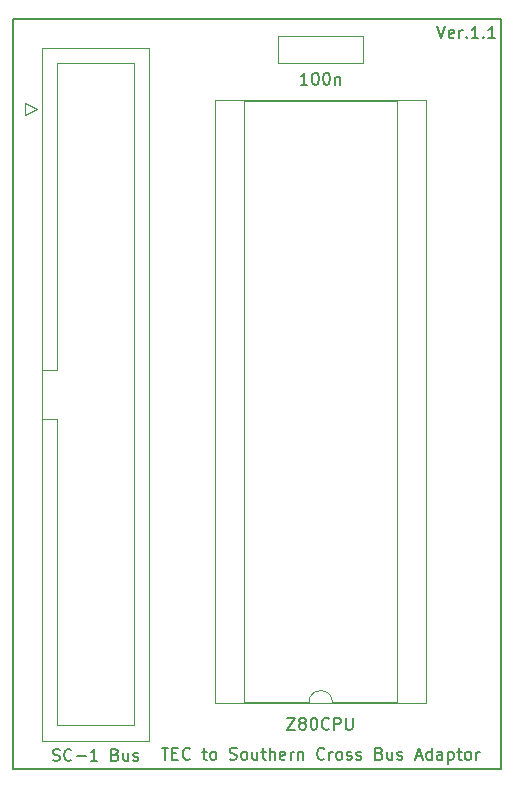
<source format=gbr>
%TF.GenerationSoftware,KiCad,Pcbnew,(6.0.9)*%
%TF.CreationDate,2022-11-13T11:09:17+10:30*%
%TF.ProjectId,TEC-SC IO Port,5445432d-5343-4204-994f-20506f72742e,rev?*%
%TF.SameCoordinates,Original*%
%TF.FileFunction,Legend,Top*%
%TF.FilePolarity,Positive*%
%FSLAX46Y46*%
G04 Gerber Fmt 4.6, Leading zero omitted, Abs format (unit mm)*
G04 Created by KiCad (PCBNEW (6.0.9)) date 2022-11-13 11:09:17*
%MOMM*%
%LPD*%
G01*
G04 APERTURE LIST*
%ADD10C,0.150000*%
%ADD11C,0.120000*%
G04 APERTURE END LIST*
D10*
X137160000Y-92075000D02*
X95885000Y-92075000D01*
X95885000Y-92075000D02*
X95885000Y-28575000D01*
X95885000Y-28575000D02*
X137160000Y-28575000D01*
X137160000Y-28575000D02*
X137160000Y-92075000D01*
X108467619Y-90257380D02*
X109039047Y-90257380D01*
X108753333Y-91257380D02*
X108753333Y-90257380D01*
X109372380Y-90733571D02*
X109705714Y-90733571D01*
X109848571Y-91257380D02*
X109372380Y-91257380D01*
X109372380Y-90257380D01*
X109848571Y-90257380D01*
X110848571Y-91162142D02*
X110800952Y-91209761D01*
X110658095Y-91257380D01*
X110562857Y-91257380D01*
X110420000Y-91209761D01*
X110324761Y-91114523D01*
X110277142Y-91019285D01*
X110229523Y-90828809D01*
X110229523Y-90685952D01*
X110277142Y-90495476D01*
X110324761Y-90400238D01*
X110420000Y-90305000D01*
X110562857Y-90257380D01*
X110658095Y-90257380D01*
X110800952Y-90305000D01*
X110848571Y-90352619D01*
X111896190Y-90590714D02*
X112277142Y-90590714D01*
X112039047Y-90257380D02*
X112039047Y-91114523D01*
X112086666Y-91209761D01*
X112181904Y-91257380D01*
X112277142Y-91257380D01*
X112753333Y-91257380D02*
X112658095Y-91209761D01*
X112610476Y-91162142D01*
X112562857Y-91066904D01*
X112562857Y-90781190D01*
X112610476Y-90685952D01*
X112658095Y-90638333D01*
X112753333Y-90590714D01*
X112896190Y-90590714D01*
X112991428Y-90638333D01*
X113039047Y-90685952D01*
X113086666Y-90781190D01*
X113086666Y-91066904D01*
X113039047Y-91162142D01*
X112991428Y-91209761D01*
X112896190Y-91257380D01*
X112753333Y-91257380D01*
X114229523Y-91209761D02*
X114372380Y-91257380D01*
X114610476Y-91257380D01*
X114705714Y-91209761D01*
X114753333Y-91162142D01*
X114800952Y-91066904D01*
X114800952Y-90971666D01*
X114753333Y-90876428D01*
X114705714Y-90828809D01*
X114610476Y-90781190D01*
X114420000Y-90733571D01*
X114324761Y-90685952D01*
X114277142Y-90638333D01*
X114229523Y-90543095D01*
X114229523Y-90447857D01*
X114277142Y-90352619D01*
X114324761Y-90305000D01*
X114420000Y-90257380D01*
X114658095Y-90257380D01*
X114800952Y-90305000D01*
X115372380Y-91257380D02*
X115277142Y-91209761D01*
X115229523Y-91162142D01*
X115181904Y-91066904D01*
X115181904Y-90781190D01*
X115229523Y-90685952D01*
X115277142Y-90638333D01*
X115372380Y-90590714D01*
X115515238Y-90590714D01*
X115610476Y-90638333D01*
X115658095Y-90685952D01*
X115705714Y-90781190D01*
X115705714Y-91066904D01*
X115658095Y-91162142D01*
X115610476Y-91209761D01*
X115515238Y-91257380D01*
X115372380Y-91257380D01*
X116562857Y-90590714D02*
X116562857Y-91257380D01*
X116134285Y-90590714D02*
X116134285Y-91114523D01*
X116181904Y-91209761D01*
X116277142Y-91257380D01*
X116420000Y-91257380D01*
X116515238Y-91209761D01*
X116562857Y-91162142D01*
X116896190Y-90590714D02*
X117277142Y-90590714D01*
X117039047Y-90257380D02*
X117039047Y-91114523D01*
X117086666Y-91209761D01*
X117181904Y-91257380D01*
X117277142Y-91257380D01*
X117610476Y-91257380D02*
X117610476Y-90257380D01*
X118039047Y-91257380D02*
X118039047Y-90733571D01*
X117991428Y-90638333D01*
X117896190Y-90590714D01*
X117753333Y-90590714D01*
X117658095Y-90638333D01*
X117610476Y-90685952D01*
X118896190Y-91209761D02*
X118800952Y-91257380D01*
X118610476Y-91257380D01*
X118515238Y-91209761D01*
X118467619Y-91114523D01*
X118467619Y-90733571D01*
X118515238Y-90638333D01*
X118610476Y-90590714D01*
X118800952Y-90590714D01*
X118896190Y-90638333D01*
X118943809Y-90733571D01*
X118943809Y-90828809D01*
X118467619Y-90924047D01*
X119372380Y-91257380D02*
X119372380Y-90590714D01*
X119372380Y-90781190D02*
X119420000Y-90685952D01*
X119467619Y-90638333D01*
X119562857Y-90590714D01*
X119658095Y-90590714D01*
X119991428Y-90590714D02*
X119991428Y-91257380D01*
X119991428Y-90685952D02*
X120039047Y-90638333D01*
X120134285Y-90590714D01*
X120277142Y-90590714D01*
X120372380Y-90638333D01*
X120420000Y-90733571D01*
X120420000Y-91257380D01*
X122229523Y-91162142D02*
X122181904Y-91209761D01*
X122039047Y-91257380D01*
X121943809Y-91257380D01*
X121800952Y-91209761D01*
X121705714Y-91114523D01*
X121658095Y-91019285D01*
X121610476Y-90828809D01*
X121610476Y-90685952D01*
X121658095Y-90495476D01*
X121705714Y-90400238D01*
X121800952Y-90305000D01*
X121943809Y-90257380D01*
X122039047Y-90257380D01*
X122181904Y-90305000D01*
X122229523Y-90352619D01*
X122658095Y-91257380D02*
X122658095Y-90590714D01*
X122658095Y-90781190D02*
X122705714Y-90685952D01*
X122753333Y-90638333D01*
X122848571Y-90590714D01*
X122943809Y-90590714D01*
X123420000Y-91257380D02*
X123324761Y-91209761D01*
X123277142Y-91162142D01*
X123229523Y-91066904D01*
X123229523Y-90781190D01*
X123277142Y-90685952D01*
X123324761Y-90638333D01*
X123420000Y-90590714D01*
X123562857Y-90590714D01*
X123658095Y-90638333D01*
X123705714Y-90685952D01*
X123753333Y-90781190D01*
X123753333Y-91066904D01*
X123705714Y-91162142D01*
X123658095Y-91209761D01*
X123562857Y-91257380D01*
X123420000Y-91257380D01*
X124134285Y-91209761D02*
X124229523Y-91257380D01*
X124420000Y-91257380D01*
X124515238Y-91209761D01*
X124562857Y-91114523D01*
X124562857Y-91066904D01*
X124515238Y-90971666D01*
X124420000Y-90924047D01*
X124277142Y-90924047D01*
X124181904Y-90876428D01*
X124134285Y-90781190D01*
X124134285Y-90733571D01*
X124181904Y-90638333D01*
X124277142Y-90590714D01*
X124420000Y-90590714D01*
X124515238Y-90638333D01*
X124943809Y-91209761D02*
X125039047Y-91257380D01*
X125229523Y-91257380D01*
X125324761Y-91209761D01*
X125372380Y-91114523D01*
X125372380Y-91066904D01*
X125324761Y-90971666D01*
X125229523Y-90924047D01*
X125086666Y-90924047D01*
X124991428Y-90876428D01*
X124943809Y-90781190D01*
X124943809Y-90733571D01*
X124991428Y-90638333D01*
X125086666Y-90590714D01*
X125229523Y-90590714D01*
X125324761Y-90638333D01*
X126896190Y-90733571D02*
X127039047Y-90781190D01*
X127086666Y-90828809D01*
X127134285Y-90924047D01*
X127134285Y-91066904D01*
X127086666Y-91162142D01*
X127039047Y-91209761D01*
X126943809Y-91257380D01*
X126562857Y-91257380D01*
X126562857Y-90257380D01*
X126896190Y-90257380D01*
X126991428Y-90305000D01*
X127039047Y-90352619D01*
X127086666Y-90447857D01*
X127086666Y-90543095D01*
X127039047Y-90638333D01*
X126991428Y-90685952D01*
X126896190Y-90733571D01*
X126562857Y-90733571D01*
X127991428Y-90590714D02*
X127991428Y-91257380D01*
X127562857Y-90590714D02*
X127562857Y-91114523D01*
X127610476Y-91209761D01*
X127705714Y-91257380D01*
X127848571Y-91257380D01*
X127943809Y-91209761D01*
X127991428Y-91162142D01*
X128420000Y-91209761D02*
X128515238Y-91257380D01*
X128705714Y-91257380D01*
X128800952Y-91209761D01*
X128848571Y-91114523D01*
X128848571Y-91066904D01*
X128800952Y-90971666D01*
X128705714Y-90924047D01*
X128562857Y-90924047D01*
X128467619Y-90876428D01*
X128420000Y-90781190D01*
X128420000Y-90733571D01*
X128467619Y-90638333D01*
X128562857Y-90590714D01*
X128705714Y-90590714D01*
X128800952Y-90638333D01*
X129991428Y-90971666D02*
X130467619Y-90971666D01*
X129896190Y-91257380D02*
X130229523Y-90257380D01*
X130562857Y-91257380D01*
X131324761Y-91257380D02*
X131324761Y-90257380D01*
X131324761Y-91209761D02*
X131229523Y-91257380D01*
X131039047Y-91257380D01*
X130943809Y-91209761D01*
X130896190Y-91162142D01*
X130848571Y-91066904D01*
X130848571Y-90781190D01*
X130896190Y-90685952D01*
X130943809Y-90638333D01*
X131039047Y-90590714D01*
X131229523Y-90590714D01*
X131324761Y-90638333D01*
X132229523Y-91257380D02*
X132229523Y-90733571D01*
X132181904Y-90638333D01*
X132086666Y-90590714D01*
X131896190Y-90590714D01*
X131800952Y-90638333D01*
X132229523Y-91209761D02*
X132134285Y-91257380D01*
X131896190Y-91257380D01*
X131800952Y-91209761D01*
X131753333Y-91114523D01*
X131753333Y-91019285D01*
X131800952Y-90924047D01*
X131896190Y-90876428D01*
X132134285Y-90876428D01*
X132229523Y-90828809D01*
X132705714Y-90590714D02*
X132705714Y-91590714D01*
X132705714Y-90638333D02*
X132800952Y-90590714D01*
X132991428Y-90590714D01*
X133086666Y-90638333D01*
X133134285Y-90685952D01*
X133181904Y-90781190D01*
X133181904Y-91066904D01*
X133134285Y-91162142D01*
X133086666Y-91209761D01*
X132991428Y-91257380D01*
X132800952Y-91257380D01*
X132705714Y-91209761D01*
X133467619Y-90590714D02*
X133848571Y-90590714D01*
X133610476Y-90257380D02*
X133610476Y-91114523D01*
X133658095Y-91209761D01*
X133753333Y-91257380D01*
X133848571Y-91257380D01*
X134324761Y-91257380D02*
X134229523Y-91209761D01*
X134181904Y-91162142D01*
X134134285Y-91066904D01*
X134134285Y-90781190D01*
X134181904Y-90685952D01*
X134229523Y-90638333D01*
X134324761Y-90590714D01*
X134467619Y-90590714D01*
X134562857Y-90638333D01*
X134610476Y-90685952D01*
X134658095Y-90781190D01*
X134658095Y-91066904D01*
X134610476Y-91162142D01*
X134562857Y-91209761D01*
X134467619Y-91257380D01*
X134324761Y-91257380D01*
X135086666Y-91257380D02*
X135086666Y-90590714D01*
X135086666Y-90781190D02*
X135134285Y-90685952D01*
X135181904Y-90638333D01*
X135277142Y-90590714D01*
X135372380Y-90590714D01*
X131800000Y-29152380D02*
X132133333Y-30152380D01*
X132466666Y-29152380D01*
X133180952Y-30104761D02*
X133085714Y-30152380D01*
X132895238Y-30152380D01*
X132800000Y-30104761D01*
X132752380Y-30009523D01*
X132752380Y-29628571D01*
X132800000Y-29533333D01*
X132895238Y-29485714D01*
X133085714Y-29485714D01*
X133180952Y-29533333D01*
X133228571Y-29628571D01*
X133228571Y-29723809D01*
X132752380Y-29819047D01*
X133657142Y-30152380D02*
X133657142Y-29485714D01*
X133657142Y-29676190D02*
X133704761Y-29580952D01*
X133752380Y-29533333D01*
X133847619Y-29485714D01*
X133942857Y-29485714D01*
X134276190Y-30057142D02*
X134323809Y-30104761D01*
X134276190Y-30152380D01*
X134228571Y-30104761D01*
X134276190Y-30057142D01*
X134276190Y-30152380D01*
X135276190Y-30152380D02*
X134704761Y-30152380D01*
X134990476Y-30152380D02*
X134990476Y-29152380D01*
X134895238Y-29295238D01*
X134800000Y-29390476D01*
X134704761Y-29438095D01*
X135704761Y-30057142D02*
X135752380Y-30104761D01*
X135704761Y-30152380D01*
X135657142Y-30104761D01*
X135704761Y-30057142D01*
X135704761Y-30152380D01*
X136704761Y-30152380D02*
X136133333Y-30152380D01*
X136419047Y-30152380D02*
X136419047Y-29152380D01*
X136323809Y-29295238D01*
X136228571Y-29390476D01*
X136133333Y-29438095D01*
%TO.C,U1*%
X119110476Y-87717380D02*
X119777142Y-87717380D01*
X119110476Y-88717380D01*
X119777142Y-88717380D01*
X120300952Y-88145952D02*
X120205714Y-88098333D01*
X120158095Y-88050714D01*
X120110476Y-87955476D01*
X120110476Y-87907857D01*
X120158095Y-87812619D01*
X120205714Y-87765000D01*
X120300952Y-87717380D01*
X120491428Y-87717380D01*
X120586666Y-87765000D01*
X120634285Y-87812619D01*
X120681904Y-87907857D01*
X120681904Y-87955476D01*
X120634285Y-88050714D01*
X120586666Y-88098333D01*
X120491428Y-88145952D01*
X120300952Y-88145952D01*
X120205714Y-88193571D01*
X120158095Y-88241190D01*
X120110476Y-88336428D01*
X120110476Y-88526904D01*
X120158095Y-88622142D01*
X120205714Y-88669761D01*
X120300952Y-88717380D01*
X120491428Y-88717380D01*
X120586666Y-88669761D01*
X120634285Y-88622142D01*
X120681904Y-88526904D01*
X120681904Y-88336428D01*
X120634285Y-88241190D01*
X120586666Y-88193571D01*
X120491428Y-88145952D01*
X121300952Y-87717380D02*
X121396190Y-87717380D01*
X121491428Y-87765000D01*
X121539047Y-87812619D01*
X121586666Y-87907857D01*
X121634285Y-88098333D01*
X121634285Y-88336428D01*
X121586666Y-88526904D01*
X121539047Y-88622142D01*
X121491428Y-88669761D01*
X121396190Y-88717380D01*
X121300952Y-88717380D01*
X121205714Y-88669761D01*
X121158095Y-88622142D01*
X121110476Y-88526904D01*
X121062857Y-88336428D01*
X121062857Y-88098333D01*
X121110476Y-87907857D01*
X121158095Y-87812619D01*
X121205714Y-87765000D01*
X121300952Y-87717380D01*
X122634285Y-88622142D02*
X122586666Y-88669761D01*
X122443809Y-88717380D01*
X122348571Y-88717380D01*
X122205714Y-88669761D01*
X122110476Y-88574523D01*
X122062857Y-88479285D01*
X122015238Y-88288809D01*
X122015238Y-88145952D01*
X122062857Y-87955476D01*
X122110476Y-87860238D01*
X122205714Y-87765000D01*
X122348571Y-87717380D01*
X122443809Y-87717380D01*
X122586666Y-87765000D01*
X122634285Y-87812619D01*
X123062857Y-88717380D02*
X123062857Y-87717380D01*
X123443809Y-87717380D01*
X123539047Y-87765000D01*
X123586666Y-87812619D01*
X123634285Y-87907857D01*
X123634285Y-88050714D01*
X123586666Y-88145952D01*
X123539047Y-88193571D01*
X123443809Y-88241190D01*
X123062857Y-88241190D01*
X124062857Y-87717380D02*
X124062857Y-88526904D01*
X124110476Y-88622142D01*
X124158095Y-88669761D01*
X124253333Y-88717380D01*
X124443809Y-88717380D01*
X124539047Y-88669761D01*
X124586666Y-88622142D01*
X124634285Y-88526904D01*
X124634285Y-87717380D01*
%TO.C,C1*%
X120800952Y-34107380D02*
X120229523Y-34107380D01*
X120515238Y-34107380D02*
X120515238Y-33107380D01*
X120420000Y-33250238D01*
X120324761Y-33345476D01*
X120229523Y-33393095D01*
X121420000Y-33107380D02*
X121515238Y-33107380D01*
X121610476Y-33155000D01*
X121658095Y-33202619D01*
X121705714Y-33297857D01*
X121753333Y-33488333D01*
X121753333Y-33726428D01*
X121705714Y-33916904D01*
X121658095Y-34012142D01*
X121610476Y-34059761D01*
X121515238Y-34107380D01*
X121420000Y-34107380D01*
X121324761Y-34059761D01*
X121277142Y-34012142D01*
X121229523Y-33916904D01*
X121181904Y-33726428D01*
X121181904Y-33488333D01*
X121229523Y-33297857D01*
X121277142Y-33202619D01*
X121324761Y-33155000D01*
X121420000Y-33107380D01*
X122372380Y-33107380D02*
X122467619Y-33107380D01*
X122562857Y-33155000D01*
X122610476Y-33202619D01*
X122658095Y-33297857D01*
X122705714Y-33488333D01*
X122705714Y-33726428D01*
X122658095Y-33916904D01*
X122610476Y-34012142D01*
X122562857Y-34059761D01*
X122467619Y-34107380D01*
X122372380Y-34107380D01*
X122277142Y-34059761D01*
X122229523Y-34012142D01*
X122181904Y-33916904D01*
X122134285Y-33726428D01*
X122134285Y-33488333D01*
X122181904Y-33297857D01*
X122229523Y-33202619D01*
X122277142Y-33155000D01*
X122372380Y-33107380D01*
X123134285Y-33440714D02*
X123134285Y-34107380D01*
X123134285Y-33535952D02*
X123181904Y-33488333D01*
X123277142Y-33440714D01*
X123420000Y-33440714D01*
X123515238Y-33488333D01*
X123562857Y-33583571D01*
X123562857Y-34107380D01*
%TO.C,J1*%
X99250952Y-91304761D02*
X99393809Y-91352380D01*
X99631904Y-91352380D01*
X99727142Y-91304761D01*
X99774761Y-91257142D01*
X99822380Y-91161904D01*
X99822380Y-91066666D01*
X99774761Y-90971428D01*
X99727142Y-90923809D01*
X99631904Y-90876190D01*
X99441428Y-90828571D01*
X99346190Y-90780952D01*
X99298571Y-90733333D01*
X99250952Y-90638095D01*
X99250952Y-90542857D01*
X99298571Y-90447619D01*
X99346190Y-90400000D01*
X99441428Y-90352380D01*
X99679523Y-90352380D01*
X99822380Y-90400000D01*
X100822380Y-91257142D02*
X100774761Y-91304761D01*
X100631904Y-91352380D01*
X100536666Y-91352380D01*
X100393809Y-91304761D01*
X100298571Y-91209523D01*
X100250952Y-91114285D01*
X100203333Y-90923809D01*
X100203333Y-90780952D01*
X100250952Y-90590476D01*
X100298571Y-90495238D01*
X100393809Y-90400000D01*
X100536666Y-90352380D01*
X100631904Y-90352380D01*
X100774761Y-90400000D01*
X100822380Y-90447619D01*
X101250952Y-90971428D02*
X102012857Y-90971428D01*
X103012857Y-91352380D02*
X102441428Y-91352380D01*
X102727142Y-91352380D02*
X102727142Y-90352380D01*
X102631904Y-90495238D01*
X102536666Y-90590476D01*
X102441428Y-90638095D01*
X104536666Y-90828571D02*
X104679523Y-90876190D01*
X104727142Y-90923809D01*
X104774761Y-91019047D01*
X104774761Y-91161904D01*
X104727142Y-91257142D01*
X104679523Y-91304761D01*
X104584285Y-91352380D01*
X104203333Y-91352380D01*
X104203333Y-90352380D01*
X104536666Y-90352380D01*
X104631904Y-90400000D01*
X104679523Y-90447619D01*
X104727142Y-90542857D01*
X104727142Y-90638095D01*
X104679523Y-90733333D01*
X104631904Y-90780952D01*
X104536666Y-90828571D01*
X104203333Y-90828571D01*
X105631904Y-90685714D02*
X105631904Y-91352380D01*
X105203333Y-90685714D02*
X105203333Y-91209523D01*
X105250952Y-91304761D01*
X105346190Y-91352380D01*
X105489047Y-91352380D01*
X105584285Y-91304761D01*
X105631904Y-91257142D01*
X106060476Y-91304761D02*
X106155714Y-91352380D01*
X106346190Y-91352380D01*
X106441428Y-91304761D01*
X106489047Y-91209523D01*
X106489047Y-91161904D01*
X106441428Y-91066666D01*
X106346190Y-91019047D01*
X106203333Y-91019047D01*
X106108095Y-90971428D01*
X106060476Y-90876190D01*
X106060476Y-90828571D01*
X106108095Y-90733333D01*
X106203333Y-90685714D01*
X106346190Y-90685714D01*
X106441428Y-90733333D01*
D11*
%TO.C,U1*%
X112975000Y-35435000D02*
X112975000Y-86475000D01*
X130875000Y-86475000D02*
X130875000Y-35435000D01*
X128385000Y-35495000D02*
X115465000Y-35495000D01*
X115465000Y-86415000D02*
X120925000Y-86415000D01*
X130875000Y-35435000D02*
X112975000Y-35435000D01*
X122925000Y-86415000D02*
X128385000Y-86415000D01*
X112975000Y-86475000D02*
X130875000Y-86475000D01*
X128385000Y-86415000D02*
X128385000Y-35495000D01*
X115465000Y-35495000D02*
X115465000Y-86415000D01*
X122925000Y-86415000D02*
G75*
G03*
X120925000Y-86415000I-1000000J0D01*
G01*
%TO.C,C1*%
X118300000Y-32235000D02*
X118300000Y-29995000D01*
X125540000Y-32235000D02*
X118300000Y-32235000D01*
X125540000Y-32235000D02*
X125540000Y-29995000D01*
X125540000Y-29995000D02*
X118300000Y-29995000D01*
%TO.C,J1*%
X96920000Y-35695000D02*
X96920000Y-36695000D01*
X107430000Y-89665000D02*
X98310000Y-89665000D01*
X99620000Y-62375000D02*
X98310000Y-62375000D01*
X107430000Y-30985000D02*
X107430000Y-89665000D01*
X99620000Y-32285000D02*
X106120000Y-32285000D01*
X106120000Y-88365000D02*
X99620000Y-88365000D01*
X97920000Y-36195000D02*
X96920000Y-35695000D01*
X99620000Y-58275000D02*
X99620000Y-32285000D01*
X99620000Y-88365000D02*
X99620000Y-62375000D01*
X98310000Y-58275000D02*
X99620000Y-58275000D01*
X96920000Y-36695000D02*
X97920000Y-36195000D01*
X98310000Y-30985000D02*
X107430000Y-30985000D01*
X106120000Y-32285000D02*
X106120000Y-88365000D01*
X98310000Y-89665000D02*
X98310000Y-30985000D01*
X99620000Y-62375000D02*
X99620000Y-62375000D01*
%TD*%
M02*

</source>
